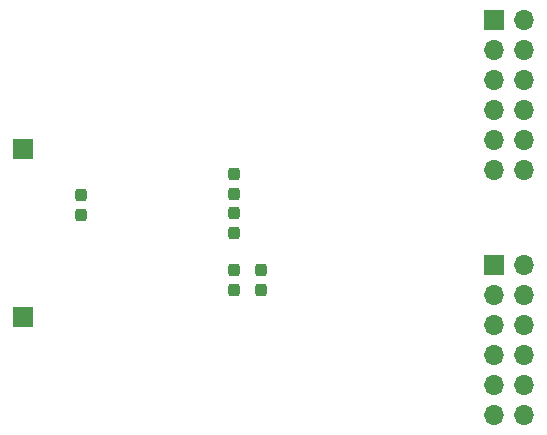
<source format=gbr>
G04 #@! TF.GenerationSoftware,KiCad,Pcbnew,7.0.6*
G04 #@! TF.CreationDate,2023-08-06T21:35:15+02:00*
G04 #@! TF.ProjectId,AD9744_Test,41443937-3434-45f5-9465-73742e6b6963,rev?*
G04 #@! TF.SameCoordinates,Original*
G04 #@! TF.FileFunction,Soldermask,Bot*
G04 #@! TF.FilePolarity,Negative*
%FSLAX46Y46*%
G04 Gerber Fmt 4.6, Leading zero omitted, Abs format (unit mm)*
G04 Created by KiCad (PCBNEW 7.0.6) date 2023-08-06 21:35:15*
%MOMM*%
%LPD*%
G01*
G04 APERTURE LIST*
G04 Aperture macros list*
%AMRoundRect*
0 Rectangle with rounded corners*
0 $1 Rounding radius*
0 $2 $3 $4 $5 $6 $7 $8 $9 X,Y pos of 4 corners*
0 Add a 4 corners polygon primitive as box body*
4,1,4,$2,$3,$4,$5,$6,$7,$8,$9,$2,$3,0*
0 Add four circle primitives for the rounded corners*
1,1,$1+$1,$2,$3*
1,1,$1+$1,$4,$5*
1,1,$1+$1,$6,$7*
1,1,$1+$1,$8,$9*
0 Add four rect primitives between the rounded corners*
20,1,$1+$1,$2,$3,$4,$5,0*
20,1,$1+$1,$4,$5,$6,$7,0*
20,1,$1+$1,$6,$7,$8,$9,0*
20,1,$1+$1,$8,$9,$2,$3,0*%
G04 Aperture macros list end*
%ADD10R,1.700000X1.700000*%
%ADD11O,1.700000X1.700000*%
%ADD12RoundRect,0.237500X0.237500X-0.300000X0.237500X0.300000X-0.237500X0.300000X-0.237500X-0.300000X0*%
%ADD13RoundRect,0.237500X-0.237500X0.300000X-0.237500X-0.300000X0.237500X-0.300000X0.237500X0.300000X0*%
G04 APERTURE END LIST*
D10*
G04 #@! TO.C,J3*
X114300000Y-91440000D03*
G04 #@! TD*
G04 #@! TO.C,J4*
X114300000Y-105664000D03*
G04 #@! TD*
G04 #@! TO.C,J1*
X154178000Y-80518000D03*
D11*
X156718000Y-80518000D03*
X154178000Y-83058000D03*
X156718000Y-83058000D03*
X154178000Y-85598000D03*
X156718000Y-85598000D03*
X154178000Y-88138000D03*
X156718000Y-88138000D03*
X154178000Y-90678000D03*
X156718000Y-90678000D03*
X154178000Y-93218000D03*
X156718000Y-93218000D03*
G04 #@! TD*
D10*
G04 #@! TO.C,J2*
X154178000Y-101208000D03*
D11*
X156718000Y-101208000D03*
X154178000Y-103748000D03*
X156718000Y-103748000D03*
X154178000Y-106288000D03*
X156718000Y-106288000D03*
X154178000Y-108828000D03*
X156718000Y-108828000D03*
X154178000Y-111368000D03*
X156718000Y-111368000D03*
X154178000Y-113908000D03*
X156718000Y-113908000D03*
G04 #@! TD*
D12*
G04 #@! TO.C,C5*
X132183500Y-98525500D03*
X132183500Y-96800500D03*
G04 #@! TD*
D13*
G04 #@! TO.C,C7*
X132183500Y-93498500D03*
X132183500Y-95223500D03*
G04 #@! TD*
D12*
G04 #@! TO.C,C8*
X119229500Y-97001500D03*
X119229500Y-95276500D03*
G04 #@! TD*
D13*
G04 #@! TO.C,C2*
X132183500Y-101626500D03*
X132183500Y-103351500D03*
G04 #@! TD*
G04 #@! TO.C,C1*
X134469500Y-101626500D03*
X134469500Y-103351500D03*
G04 #@! TD*
M02*

</source>
